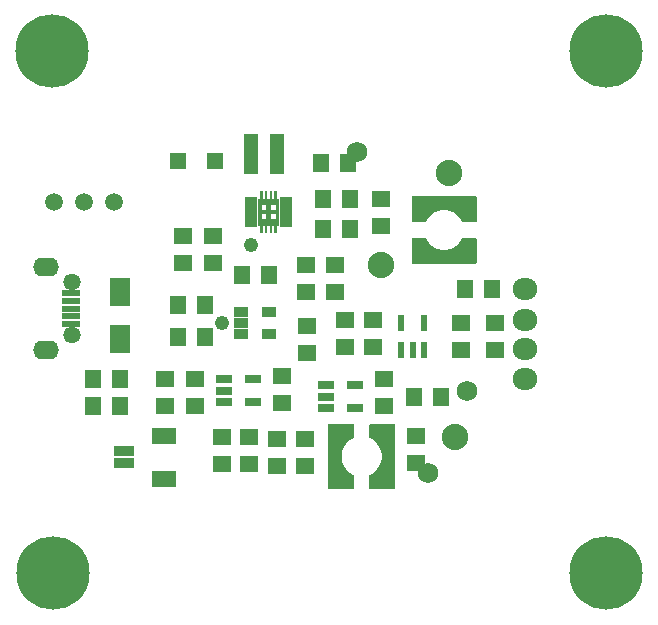
<source format=gts>
G04 Layer_Color=8388736*
%FSLAX25Y25*%
%MOIN*%
G70*
G01*
G75*
%ADD17R,0.02200X0.05800*%
%ADD45R,0.05800X0.06300*%
%ADD46R,0.05524X0.03162*%
%ADD47R,0.06300X0.05800*%
%ADD48R,0.05131X0.03359*%
%ADD49R,0.04147X0.01902*%
%ADD50R,0.06902X0.03359*%
%ADD51R,0.07887X0.05524*%
%ADD52R,0.04737X0.13398*%
%ADD53R,0.06115X0.02375*%
%ADD54R,0.07099X0.09658*%
%ADD55R,0.05209X0.05603*%
%ADD56C,0.05918*%
%ADD57C,0.08800*%
%ADD58O,0.08300X0.07300*%
%ADD59O,0.08674X0.06312*%
%ADD60O,0.05918X0.05328*%
%ADD61C,0.24422*%
%ADD62C,0.04800*%
%ADD63C,0.06800*%
G36*
X374258Y326719D02*
X375099D01*
Y324574D01*
Y323000D01*
Y321474D01*
Y317755D01*
X374258D01*
Y315249D01*
X373471D01*
Y317755D01*
X372684D01*
Y315249D01*
X371896D01*
Y317755D01*
X371109D01*
Y315249D01*
X370321D01*
Y317755D01*
X369534D01*
Y315249D01*
X368746D01*
Y317755D01*
X367906D01*
Y321474D01*
Y323000D01*
Y324574D01*
Y326719D01*
X368746D01*
Y329225D01*
X369534D01*
Y326719D01*
X370321D01*
Y329225D01*
X371109D01*
Y326719D01*
X371896D01*
Y329225D01*
X372684D01*
Y326719D01*
X373471D01*
Y329225D01*
X374258D01*
Y326719D01*
D02*
G37*
G36*
X379258Y325347D02*
X375361D01*
Y327001D01*
X379258D01*
Y325347D01*
D02*
G37*
G36*
X367644D02*
X363747D01*
Y327001D01*
X367644D01*
Y325347D01*
D02*
G37*
G36*
X379258Y323379D02*
X375361D01*
Y325032D01*
X379258D01*
Y323379D01*
D02*
G37*
G36*
X367644D02*
X363747D01*
Y325032D01*
X367644D01*
Y323379D01*
D02*
G37*
G36*
X379258Y321410D02*
X375361D01*
Y323064D01*
X379258D01*
Y321410D01*
D02*
G37*
G36*
X367644D02*
X363747D01*
Y323064D01*
X367644D01*
Y321410D01*
D02*
G37*
G36*
X379258Y319442D02*
X375361D01*
Y321095D01*
X379258D01*
Y319442D01*
D02*
G37*
G36*
X367644D02*
X363747D01*
Y321095D01*
X367644D01*
Y319442D01*
D02*
G37*
G36*
X440488Y327461D02*
X440539Y327451D01*
X440589Y327434D01*
X440636Y327411D01*
X440680Y327382D01*
X440719Y327347D01*
X440753Y327308D01*
X440783Y327264D01*
X440806Y327217D01*
X440823Y327168D01*
X440833Y327116D01*
X440836Y327064D01*
Y319190D01*
X440833Y319137D01*
X440823Y319086D01*
X440806Y319036D01*
X440783Y318989D01*
X440753Y318946D01*
X440719Y318906D01*
X440718Y318905D01*
X440678Y318871D01*
X440635Y318842D01*
X440588Y318818D01*
X440538Y318801D01*
X440487Y318791D01*
X440434Y318788D01*
X436445D01*
X436436Y318789D01*
X436426Y318788D01*
X436410Y318790D01*
X436393Y318791D01*
X436383Y318793D01*
X436374Y318794D01*
X436358Y318798D01*
X436341Y318801D01*
X436338Y318803D01*
X436332Y318805D01*
X436323Y318807D01*
X436308Y318813D01*
X436292Y318818D01*
X436283Y318823D01*
X436275Y318826D01*
X436260Y318834D01*
X436244Y318842D01*
X436243Y318843D01*
X436237Y318847D01*
X436229Y318851D01*
X436215Y318861D01*
X436201Y318871D01*
X436194Y318877D01*
X436186Y318882D01*
X436174Y318894D01*
X436162Y318905D01*
X436161Y318906D01*
X436155Y318912D01*
X436149Y318919D01*
X436138Y318932D01*
X436127Y318945D01*
X436123Y318951D01*
X436122Y318952D01*
X436116Y318960D01*
X436107Y318974D01*
X436098Y318988D01*
X436094Y318997D01*
X436089Y319005D01*
X435793Y319578D01*
X435050Y320619D01*
X434130Y321494D01*
X433062Y322179D01*
X431884Y322651D01*
X430637Y322891D01*
X429368Y322891D01*
X428122Y322651D01*
X426943Y322180D01*
X425875Y321494D01*
X424955Y320619D01*
X424212Y319578D01*
X423916Y319005D01*
X423910Y318995D01*
X423904Y318984D01*
X423896Y318972D01*
X423889Y318960D01*
X423881Y318951D01*
X423874Y318941D01*
X423865Y318930D01*
X423856Y318919D01*
X423847Y318911D01*
X423839Y318902D01*
X423829Y318893D01*
X423819Y318883D01*
X423809Y318876D01*
X423799Y318868D01*
X423788Y318860D01*
X423776Y318852D01*
X423766Y318846D01*
X423755Y318839D01*
X423743Y318833D01*
X423731Y318827D01*
X423719Y318822D01*
X423708Y318817D01*
X423695Y318813D01*
X423682Y318808D01*
X423670Y318805D01*
X423658Y318801D01*
X423644Y318798D01*
X423631Y318795D01*
X423618Y318794D01*
X423606Y318791D01*
X423593Y318791D01*
X423579Y318789D01*
X423566Y318789D01*
X423554Y318789D01*
X423551Y318789D01*
X419569D01*
X419517Y318792D01*
X419465Y318803D01*
X419416Y318819D01*
X419369Y318843D01*
X419325Y318872D01*
X419286Y318906D01*
X419251Y318946D01*
X419222Y318989D01*
X419199Y319036D01*
X419182Y319086D01*
X419172Y319137D01*
X419168Y319190D01*
Y327064D01*
X419172Y327116D01*
X419182Y327168D01*
X419199Y327217D01*
X419222Y327264D01*
X419251Y327308D01*
X419286Y327347D01*
X419325Y327382D01*
X419369Y327411D01*
X419416Y327434D01*
X419465Y327451D01*
X419517Y327461D01*
X419569Y327465D01*
X440435D01*
X440488Y327461D01*
D02*
G37*
G36*
X379258Y317473D02*
X375361D01*
Y319127D01*
X379258D01*
Y317473D01*
D02*
G37*
G36*
X367644D02*
X363747D01*
Y319127D01*
X367644D01*
Y317473D01*
D02*
G37*
G36*
X423569Y313685D02*
X423578Y313686D01*
X423595Y313684D01*
X423612Y313683D01*
X423621Y313681D01*
X423630Y313680D01*
X423647Y313676D01*
X423664Y313672D01*
X423672Y313669D01*
X423681Y313667D01*
X423697Y313661D01*
X423713Y313656D01*
X423722Y313651D01*
X423730Y313648D01*
X423745Y313640D01*
X423760Y313632D01*
X423768Y313627D01*
X423776Y313623D01*
X423790Y313613D01*
X423804Y313603D01*
X423811Y313597D01*
X423818Y313592D01*
X423830Y313580D01*
X423843Y313569D01*
X423849Y313562D01*
X423856Y313555D01*
X423866Y313542D01*
X423872Y313536D01*
X423878Y313529D01*
X423883Y313522D01*
X423889Y313514D01*
X423897Y313500D01*
X423902Y313493D01*
X423907Y313486D01*
X423911Y313477D01*
X423916Y313469D01*
X424212Y312896D01*
X424955Y311855D01*
X425874Y310980D01*
X426942Y310295D01*
X428121Y309823D01*
X429367Y309583D01*
X430637Y309583D01*
X431883Y309823D01*
X433062Y310294D01*
X434130Y310980D01*
X435049Y311855D01*
X435792Y312896D01*
X436089Y313469D01*
X436092Y313474D01*
X436095Y313480D01*
X436105Y313496D01*
X436116Y313514D01*
X436120Y313519D01*
X436123Y313524D01*
X436136Y313539D01*
X436148Y313555D01*
X436153Y313559D01*
X436157Y313564D01*
X436172Y313577D01*
X436186Y313591D01*
X436191Y313595D01*
X436196Y313599D01*
X436212Y313610D01*
X436228Y313622D01*
X436234Y313625D01*
X436239Y313629D01*
X436257Y313638D01*
X436274Y313647D01*
X436280Y313650D01*
X436286Y313653D01*
X436304Y313659D01*
X436323Y313667D01*
X436329Y313668D01*
X436335Y313670D01*
X436354Y313674D01*
X436374Y313679D01*
X436380Y313680D01*
X436386Y313681D01*
X436406Y313683D01*
X436426Y313685D01*
X436432Y313685D01*
X436439Y313685D01*
X436445Y313685D01*
X436445Y313685D01*
X440435D01*
X440488Y313682D01*
X440539Y313671D01*
X440589Y313655D01*
X440636Y313631D01*
X440680Y313602D01*
X440719Y313568D01*
X440753Y313528D01*
X440783Y313485D01*
X440806Y313438D01*
X440823Y313388D01*
X440833Y313337D01*
X440836Y313284D01*
Y305410D01*
X440833Y305358D01*
X440823Y305307D01*
X440806Y305257D01*
X440783Y305210D01*
X440753Y305166D01*
X440719Y305127D01*
X440680Y305092D01*
X440636Y305063D01*
X440589Y305040D01*
X440539Y305023D01*
X440488Y305013D01*
X440435Y305009D01*
X419569D01*
X419517Y305013D01*
X419465Y305023D01*
X419416Y305040D01*
X419369Y305063D01*
X419325Y305092D01*
X419286Y305127D01*
X419251Y305166D01*
X419222Y305210D01*
X419199Y305257D01*
X419182Y305307D01*
X419172Y305358D01*
X419168Y305410D01*
Y313284D01*
X419172Y313337D01*
X419182Y313388D01*
X419199Y313438D01*
X419222Y313485D01*
X419251Y313528D01*
X419286Y313568D01*
X419287Y313569D01*
X419326Y313603D01*
X419370Y313632D01*
X419417Y313656D01*
X419467Y313672D01*
X419518Y313683D01*
X419570Y313686D01*
X423560D01*
X423569Y313685D01*
D02*
G37*
G36*
X413381Y251568D02*
X413433Y251557D01*
X413483Y251540D01*
X413530Y251517D01*
X413573Y251488D01*
X413613Y251453D01*
X413647Y251414D01*
X413676Y251371D01*
X413699Y251324D01*
X413716Y251274D01*
X413727Y251222D01*
X413730Y251170D01*
Y230304D01*
X413727Y230252D01*
X413716Y230200D01*
X413699Y230151D01*
X413676Y230103D01*
X413647Y230060D01*
X413613Y230020D01*
X413573Y229986D01*
X413530Y229957D01*
X413483Y229934D01*
X413433Y229917D01*
X413381Y229907D01*
X413329Y229903D01*
X405455D01*
X405403Y229907D01*
X405351Y229917D01*
X405302Y229934D01*
X405255Y229957D01*
X405211Y229986D01*
X405172Y230020D01*
X405171Y230022D01*
X405136Y230061D01*
X405107Y230105D01*
X405084Y230152D01*
X405067Y230201D01*
X405057Y230253D01*
X405053Y230305D01*
Y234294D01*
Y234294D01*
X405054Y234304D01*
X405054Y234313D01*
X405056Y234330D01*
X405057Y234347D01*
X405058Y234356D01*
X405059Y234365D01*
X405064Y234382D01*
X405067Y234398D01*
X405070Y234407D01*
X405072Y234416D01*
X405078Y234432D01*
X405084Y234448D01*
X405088Y234456D01*
X405091Y234465D01*
X405099Y234480D01*
X405107Y234495D01*
X405112Y234503D01*
X405117Y234511D01*
X405127Y234524D01*
X405136Y234538D01*
X405142Y234545D01*
X405148Y234553D01*
X405160Y234565D01*
X405171Y234578D01*
X405178Y234584D01*
X405184Y234591D01*
X405197Y234601D01*
X405210Y234612D01*
X405218Y234618D01*
X405225Y234623D01*
X405240Y234632D01*
X405254Y234642D01*
X405262Y234646D01*
X405270Y234650D01*
X405843Y234947D01*
X406884Y235690D01*
X407759Y236609D01*
X408445Y237677D01*
X408916Y238856D01*
X409156Y240102D01*
X409156Y241371D01*
X408916Y242618D01*
X408445Y243796D01*
X407760Y244865D01*
X406884Y245784D01*
X405844Y246527D01*
X405271Y246823D01*
X405263Y246828D01*
X405254Y246832D01*
X405240Y246842D01*
X405226Y246850D01*
X405219Y246856D01*
X405211Y246861D01*
X405198Y246872D01*
X405185Y246883D01*
X405178Y246890D01*
X405171Y246896D01*
X405160Y246909D01*
X405148Y246921D01*
X405143Y246928D01*
X405137Y246935D01*
X405127Y246949D01*
X405117Y246963D01*
X405113Y246971D01*
X405108Y246979D01*
X405100Y246994D01*
X405092Y247009D01*
X405089Y247018D01*
X405084Y247026D01*
X405079Y247042D01*
X405073Y247058D01*
X405071Y247067D01*
X405068Y247076D01*
X405064Y247092D01*
X405060Y247109D01*
X405059Y247118D01*
X405057Y247127D01*
X405056Y247144D01*
X405054Y247161D01*
X405055Y247170D01*
X405054Y247179D01*
X405054Y247184D01*
Y251170D01*
X405058Y251222D01*
X405068Y251274D01*
X405085Y251324D01*
X405108Y251371D01*
X405137Y251414D01*
X405172Y251453D01*
X405211Y251488D01*
X405255Y251517D01*
X405302Y251540D01*
X405351Y251557D01*
X405403Y251568D01*
X405455Y251571D01*
X413329D01*
X413381Y251568D01*
D02*
G37*
G36*
X399602D02*
X399653Y251557D01*
X399703Y251540D01*
X399750Y251517D01*
X399794Y251488D01*
X399833Y251453D01*
X399834Y251452D01*
X399869Y251413D01*
X399898Y251370D01*
X399921Y251322D01*
X399938Y251273D01*
X399948Y251221D01*
X399952Y251169D01*
Y247180D01*
X399951Y247170D01*
X399951Y247161D01*
X399949Y247144D01*
X399948Y247127D01*
X399946Y247118D01*
X399945Y247109D01*
X399941Y247093D01*
X399938Y247076D01*
X399935Y247067D01*
X399933Y247058D01*
X399926Y247042D01*
X399921Y247026D01*
X399917Y247018D01*
X399914Y247009D01*
X399905Y246994D01*
X399898Y246979D01*
X399893Y246971D01*
X399888Y246963D01*
X399878Y246950D01*
X399869Y246936D01*
X399863Y246929D01*
X399857Y246921D01*
X399845Y246909D01*
X399834Y246896D01*
X399827Y246890D01*
X399821Y246883D01*
X399808Y246873D01*
X399795Y246862D01*
X399787Y246856D01*
X399780Y246851D01*
X399765Y246842D01*
X399751Y246832D01*
X399743Y246828D01*
X399735Y246824D01*
X399162Y246527D01*
X398121Y245784D01*
X397246Y244865D01*
X396560Y243797D01*
X396089Y242618D01*
X395849Y241372D01*
X395849Y240103D01*
X396089Y238856D01*
X396560Y237678D01*
X397245Y236610D01*
X398120Y235690D01*
X399161Y234947D01*
X399734Y234651D01*
X399742Y234646D01*
X399750Y234642D01*
X399764Y234632D01*
X399779Y234624D01*
X399786Y234618D01*
X399794Y234613D01*
X399807Y234601D01*
X399820Y234591D01*
X399826Y234584D01*
X399833Y234578D01*
X399845Y234565D01*
X399856Y234553D01*
X399862Y234546D01*
X399868Y234539D01*
X399877Y234525D01*
X399887Y234511D01*
X399892Y234503D01*
X399897Y234495D01*
X399905Y234480D01*
X399913Y234465D01*
X399916Y234457D01*
X399920Y234448D01*
X399926Y234432D01*
X399932Y234416D01*
X399934Y234407D01*
X399937Y234399D01*
X399940Y234382D01*
X399944Y234365D01*
X399946Y234356D01*
X399947Y234347D01*
X399949Y234330D01*
X399950Y234313D01*
X399950Y234304D01*
X399951Y234295D01*
X399951Y234290D01*
Y230304D01*
X399947Y230252D01*
X399937Y230200D01*
X399920Y230151D01*
X399897Y230103D01*
X399868Y230060D01*
X399833Y230020D01*
X399794Y229986D01*
X399750Y229957D01*
X399703Y229934D01*
X399653Y229917D01*
X399602Y229907D01*
X399550Y229903D01*
X391676D01*
X391623Y229907D01*
X391572Y229917D01*
X391522Y229934D01*
X391475Y229957D01*
X391432Y229986D01*
X391392Y230020D01*
X391358Y230060D01*
X391328Y230103D01*
X391305Y230151D01*
X391288Y230200D01*
X391278Y230252D01*
X391275Y230304D01*
Y251170D01*
X391278Y251222D01*
X391288Y251274D01*
X391305Y251324D01*
X391328Y251371D01*
X391358Y251414D01*
X391392Y251453D01*
X391432Y251488D01*
X391475Y251517D01*
X391522Y251540D01*
X391572Y251557D01*
X391623Y251568D01*
X391676Y251571D01*
X399550D01*
X399602Y251568D01*
D02*
G37*
%LPC*%
G36*
X373840Y324574D02*
X372265D01*
Y323000D01*
X373840D01*
Y324574D01*
D02*
G37*
G36*
X370740D02*
X369165D01*
Y323000D01*
X370740D01*
Y324574D01*
D02*
G37*
G36*
X373840Y321474D02*
X372265D01*
Y319900D01*
X373840D01*
Y321474D01*
D02*
G37*
G36*
X370740D02*
X369165D01*
Y319900D01*
X370740D01*
Y321474D01*
D02*
G37*
%LPD*%
D17*
X415762Y276337D02*
D03*
X419502D02*
D03*
X423243D02*
D03*
Y285137D02*
D03*
X415762D02*
D03*
D45*
X350350Y280737D02*
D03*
X341350D02*
D03*
X362502Y301237D02*
D03*
X371502D02*
D03*
X341450Y291237D02*
D03*
X350450D02*
D03*
X398002Y338737D02*
D03*
X389002D02*
D03*
X389502Y316737D02*
D03*
X398502D02*
D03*
X437002Y296737D02*
D03*
X446002D02*
D03*
X429002Y260737D02*
D03*
X420002D02*
D03*
X389502Y326737D02*
D03*
X398502D02*
D03*
X313002Y266737D02*
D03*
X322002D02*
D03*
X313002Y257737D02*
D03*
X322002D02*
D03*
D46*
X366424Y266477D02*
D03*
Y258997D02*
D03*
X356581D02*
D03*
Y262737D02*
D03*
Y266477D02*
D03*
X400424Y264477D02*
D03*
Y256997D02*
D03*
X390581D02*
D03*
Y260737D02*
D03*
Y264477D02*
D03*
D47*
X409002Y326737D02*
D03*
Y317737D02*
D03*
X397002Y286137D02*
D03*
Y277137D02*
D03*
X435502Y276237D02*
D03*
Y285237D02*
D03*
X447002Y276237D02*
D03*
Y285237D02*
D03*
X406202Y286137D02*
D03*
Y277137D02*
D03*
X420502Y238737D02*
D03*
Y247737D02*
D03*
X383502Y237737D02*
D03*
Y246737D02*
D03*
X374302Y237737D02*
D03*
Y246737D02*
D03*
X365102Y238237D02*
D03*
Y247237D02*
D03*
X355902Y238237D02*
D03*
Y247237D02*
D03*
X347002Y257737D02*
D03*
Y266737D02*
D03*
X337002Y257737D02*
D03*
Y266737D02*
D03*
X410002Y257737D02*
D03*
Y266737D02*
D03*
X376002Y267737D02*
D03*
Y258737D02*
D03*
X353002Y305237D02*
D03*
Y314237D02*
D03*
X343002Y305237D02*
D03*
Y314237D02*
D03*
X393502Y295737D02*
D03*
Y304737D02*
D03*
X384002Y295737D02*
D03*
Y304737D02*
D03*
X384202Y284237D02*
D03*
Y275237D02*
D03*
D48*
X371727Y288977D02*
D03*
Y281497D02*
D03*
X362278D02*
D03*
Y285237D02*
D03*
Y288977D02*
D03*
D49*
X365695Y326174D02*
D03*
Y324205D02*
D03*
Y322237D02*
D03*
Y320269D02*
D03*
Y318300D02*
D03*
X377309D02*
D03*
Y320269D02*
D03*
Y322237D02*
D03*
Y324205D02*
D03*
Y326174D02*
D03*
D50*
X323202Y238537D02*
D03*
Y242474D02*
D03*
D51*
X336588Y247592D02*
D03*
Y233419D02*
D03*
D52*
X365672Y341737D02*
D03*
X374333D02*
D03*
D53*
X305739Y284938D02*
D03*
Y287497D02*
D03*
Y290056D02*
D03*
Y292615D02*
D03*
Y295174D02*
D03*
D54*
X322002Y295611D02*
D03*
Y279863D02*
D03*
D55*
X353605Y339237D02*
D03*
X341400D02*
D03*
D56*
X320002Y325737D02*
D03*
X310002D02*
D03*
X300002D02*
D03*
D57*
X409002Y304737D02*
D03*
X433502Y247237D02*
D03*
X431502Y335237D02*
D03*
D58*
X456902Y296437D02*
D03*
Y286337D02*
D03*
Y276537D02*
D03*
Y266437D02*
D03*
D59*
X297372Y303934D02*
D03*
Y276178D02*
D03*
D60*
X306132Y281198D02*
D03*
Y298914D02*
D03*
D61*
X299410Y375787D02*
D03*
X483858D02*
D03*
Y201772D02*
D03*
X299606Y201870D02*
D03*
D62*
X356002Y285237D02*
D03*
X365502Y311237D02*
D03*
D63*
X424502Y235237D02*
D03*
X437502Y262737D02*
D03*
X401002Y342237D02*
D03*
M02*

</source>
